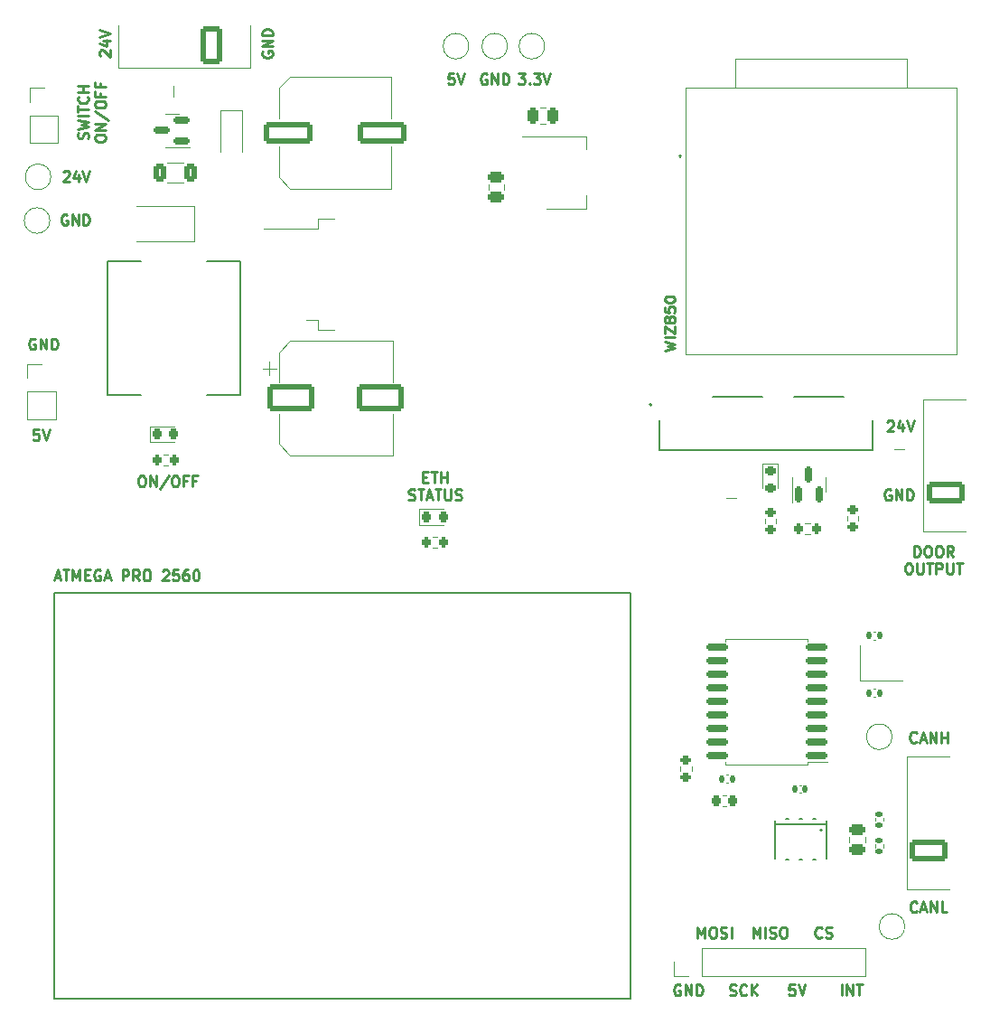
<source format=gto>
%TF.GenerationSoftware,KiCad,Pcbnew,(6.0.11)*%
%TF.CreationDate,2023-07-21T15:58:32-05:00*%
%TF.ProjectId,MB,4d422e6b-6963-4616-945f-706362585858,rev?*%
%TF.SameCoordinates,Original*%
%TF.FileFunction,Legend,Top*%
%TF.FilePolarity,Positive*%
%FSLAX46Y46*%
G04 Gerber Fmt 4.6, Leading zero omitted, Abs format (unit mm)*
G04 Created by KiCad (PCBNEW (6.0.11)) date 2023-07-21 15:58:32*
%MOMM*%
%LPD*%
G01*
G04 APERTURE LIST*
G04 Aperture macros list*
%AMRoundRect*
0 Rectangle with rounded corners*
0 $1 Rounding radius*
0 $2 $3 $4 $5 $6 $7 $8 $9 X,Y pos of 4 corners*
0 Add a 4 corners polygon primitive as box body*
4,1,4,$2,$3,$4,$5,$6,$7,$8,$9,$2,$3,0*
0 Add four circle primitives for the rounded corners*
1,1,$1+$1,$2,$3*
1,1,$1+$1,$4,$5*
1,1,$1+$1,$6,$7*
1,1,$1+$1,$8,$9*
0 Add four rect primitives between the rounded corners*
20,1,$1+$1,$2,$3,$4,$5,0*
20,1,$1+$1,$4,$5,$6,$7,0*
20,1,$1+$1,$6,$7,$8,$9,0*
20,1,$1+$1,$8,$9,$2,$3,0*%
G04 Aperture macros list end*
%ADD10C,0.250000*%
%ADD11C,0.120000*%
%ADD12C,0.200000*%
%ADD13C,0.100000*%
%ADD14C,0.127000*%
%ADD15C,0.150000*%
%ADD16C,0.203200*%
%ADD17RoundRect,0.200000X-0.275000X0.200000X-0.275000X-0.200000X0.275000X-0.200000X0.275000X0.200000X0*%
%ADD18RoundRect,0.200000X0.200000X0.275000X-0.200000X0.275000X-0.200000X-0.275000X0.200000X-0.275000X0*%
%ADD19R,1.220000X0.910000*%
%ADD20RoundRect,0.225000X-0.225000X-0.250000X0.225000X-0.250000X0.225000X0.250000X-0.225000X0.250000X0*%
%ADD21RoundRect,0.250000X-1.950000X-1.000000X1.950000X-1.000000X1.950000X1.000000X-1.950000X1.000000X0*%
%ADD22R,1.700000X1.700000*%
%ADD23O,1.700000X1.700000*%
%ADD24RoundRect,0.249999X1.550001X-0.790001X1.550001X0.790001X-1.550001X0.790001X-1.550001X-0.790001X0*%
%ADD25O,3.600000X2.080000*%
%ADD26RoundRect,0.200000X-0.200000X-0.275000X0.200000X-0.275000X0.200000X0.275000X-0.200000X0.275000X0*%
%ADD27R,1.680000X1.680000*%
%ADD28C,1.680000*%
%ADD29R,2.500000X1.800000*%
%ADD30RoundRect,0.249999X0.790001X1.550001X-0.790001X1.550001X-0.790001X-1.550001X0.790001X-1.550001X0*%
%ADD31O,2.080000X3.600000*%
%ADD32R,1.508000X1.508000*%
%ADD33C,1.508000*%
%ADD34C,1.800000*%
%ADD35RoundRect,0.150000X0.875000X0.150000X-0.875000X0.150000X-0.875000X-0.150000X0.875000X-0.150000X0*%
%ADD36RoundRect,0.250001X-2.049999X-0.799999X2.049999X-0.799999X2.049999X0.799999X-2.049999X0.799999X0*%
%ADD37C,1.676400*%
%ADD38RoundRect,0.250000X-0.475000X0.250000X-0.475000X-0.250000X0.475000X-0.250000X0.475000X0.250000X0*%
%ADD39R,1.400000X1.200000*%
%ADD40RoundRect,0.140000X-0.140000X-0.170000X0.140000X-0.170000X0.140000X0.170000X-0.140000X0.170000X0*%
%ADD41C,2.000000*%
%ADD42RoundRect,0.135000X-0.185000X0.135000X-0.185000X-0.135000X0.185000X-0.135000X0.185000X0.135000X0*%
%ADD43RoundRect,0.218750X-0.256250X0.218750X-0.256250X-0.218750X0.256250X-0.218750X0.256250X0.218750X0*%
%ADD44R,0.910000X1.220000*%
%ADD45R,4.600000X1.100000*%
%ADD46R,9.400000X10.800000*%
%ADD47R,5.399999X2.899999*%
%ADD48C,3.200000*%
%ADD49RoundRect,0.150000X0.587500X0.150000X-0.587500X0.150000X-0.587500X-0.150000X0.587500X-0.150000X0*%
%ADD50RoundRect,0.200000X0.275000X-0.200000X0.275000X0.200000X-0.275000X0.200000X-0.275000X-0.200000X0*%
%ADD51RoundRect,0.150000X0.150000X-0.587500X0.150000X0.587500X-0.150000X0.587500X-0.150000X-0.587500X0*%
%ADD52RoundRect,0.250000X0.475000X-0.250000X0.475000X0.250000X-0.475000X0.250000X-0.475000X-0.250000X0*%
%ADD53R,2.000000X1.500000*%
%ADD54R,2.000000X3.800000*%
%ADD55RoundRect,0.218750X-0.218750X-0.256250X0.218750X-0.256250X0.218750X0.256250X-0.218750X0.256250X0*%
%ADD56R,1.200000X0.900000*%
%ADD57RoundRect,0.250000X0.312500X0.625000X-0.312500X0.625000X-0.312500X-0.625000X0.312500X-0.625000X0*%
%ADD58RoundRect,0.250000X0.250000X0.475000X-0.250000X0.475000X-0.250000X-0.475000X0.250000X-0.475000X0*%
%ADD59R,0.600000X1.300000*%
%ADD60RoundRect,0.140000X0.140000X0.170000X-0.140000X0.170000X-0.140000X-0.170000X0.140000X-0.170000X0*%
G04 APERTURE END LIST*
D10*
X196148485Y-120800761D02*
X196291342Y-120848380D01*
X196529438Y-120848380D01*
X196624676Y-120800761D01*
X196672295Y-120753142D01*
X196719914Y-120657904D01*
X196719914Y-120562666D01*
X196672295Y-120467428D01*
X196624676Y-120419809D01*
X196529438Y-120372190D01*
X196338961Y-120324571D01*
X196243723Y-120276952D01*
X196196104Y-120229333D01*
X196148485Y-120134095D01*
X196148485Y-120038857D01*
X196196104Y-119943619D01*
X196243723Y-119896000D01*
X196338961Y-119848380D01*
X196577057Y-119848380D01*
X196719914Y-119896000D01*
X197719914Y-120753142D02*
X197672295Y-120800761D01*
X197529438Y-120848380D01*
X197434200Y-120848380D01*
X197291342Y-120800761D01*
X197196104Y-120705523D01*
X197148485Y-120610285D01*
X197100866Y-120419809D01*
X197100866Y-120276952D01*
X197148485Y-120086476D01*
X197196104Y-119991238D01*
X197291342Y-119896000D01*
X197434200Y-119848380D01*
X197529438Y-119848380D01*
X197672295Y-119896000D01*
X197719914Y-119943619D01*
X198148485Y-120848380D02*
X198148485Y-119848380D01*
X198719914Y-120848380D02*
X198291342Y-120276952D01*
X198719914Y-119848380D02*
X198148485Y-120419809D01*
X198326571Y-115463580D02*
X198326571Y-114463580D01*
X198659904Y-115177866D01*
X198993238Y-114463580D01*
X198993238Y-115463580D01*
X199469428Y-115463580D02*
X199469428Y-114463580D01*
X199898000Y-115415961D02*
X200040857Y-115463580D01*
X200278952Y-115463580D01*
X200374190Y-115415961D01*
X200421809Y-115368342D01*
X200469428Y-115273104D01*
X200469428Y-115177866D01*
X200421809Y-115082628D01*
X200374190Y-115035009D01*
X200278952Y-114987390D01*
X200088476Y-114939771D01*
X199993238Y-114892152D01*
X199945619Y-114844533D01*
X199898000Y-114749295D01*
X199898000Y-114654057D01*
X199945619Y-114558819D01*
X199993238Y-114511200D01*
X200088476Y-114463580D01*
X200326571Y-114463580D01*
X200469428Y-114511200D01*
X201088476Y-114463580D02*
X201278952Y-114463580D01*
X201374190Y-114511200D01*
X201469428Y-114606438D01*
X201517047Y-114796914D01*
X201517047Y-115130247D01*
X201469428Y-115320723D01*
X201374190Y-115415961D01*
X201278952Y-115463580D01*
X201088476Y-115463580D01*
X200993238Y-115415961D01*
X200898000Y-115320723D01*
X200850380Y-115130247D01*
X200850380Y-114796914D01*
X200898000Y-114606438D01*
X200993238Y-114511200D01*
X201088476Y-114463580D01*
X131038695Y-59367800D02*
X130943457Y-59320180D01*
X130800600Y-59320180D01*
X130657742Y-59367800D01*
X130562504Y-59463038D01*
X130514885Y-59558276D01*
X130467266Y-59748752D01*
X130467266Y-59891609D01*
X130514885Y-60082085D01*
X130562504Y-60177323D01*
X130657742Y-60272561D01*
X130800600Y-60320180D01*
X130895838Y-60320180D01*
X131038695Y-60272561D01*
X131086314Y-60224942D01*
X131086314Y-59891609D01*
X130895838Y-59891609D01*
X131514885Y-60320180D02*
X131514885Y-59320180D01*
X132086314Y-60320180D01*
X132086314Y-59320180D01*
X132562504Y-60320180D02*
X132562504Y-59320180D01*
X132800600Y-59320180D01*
X132943457Y-59367800D01*
X133038695Y-59463038D01*
X133086314Y-59558276D01*
X133133933Y-59748752D01*
X133133933Y-59891609D01*
X133086314Y-60082085D01*
X133038695Y-60177323D01*
X132943457Y-60272561D01*
X132800600Y-60320180D01*
X132562504Y-60320180D01*
X152357200Y-32435704D02*
X152309580Y-32530942D01*
X152309580Y-32673800D01*
X152357200Y-32816657D01*
X152452438Y-32911895D01*
X152547676Y-32959514D01*
X152738152Y-33007133D01*
X152881009Y-33007133D01*
X153071485Y-32959514D01*
X153166723Y-32911895D01*
X153261961Y-32816657D01*
X153309580Y-32673800D01*
X153309580Y-32578561D01*
X153261961Y-32435704D01*
X153214342Y-32388085D01*
X152881009Y-32388085D01*
X152881009Y-32578561D01*
X153309580Y-31959514D02*
X152309580Y-31959514D01*
X153309580Y-31388085D01*
X152309580Y-31388085D01*
X153309580Y-30911895D02*
X152309580Y-30911895D01*
X152309580Y-30673800D01*
X152357200Y-30530942D01*
X152452438Y-30435704D01*
X152547676Y-30388085D01*
X152738152Y-30340466D01*
X152881009Y-30340466D01*
X153071485Y-30388085D01*
X153166723Y-30435704D01*
X153261961Y-30530942D01*
X153309580Y-30673800D01*
X153309580Y-30911895D01*
X191490695Y-119896000D02*
X191395457Y-119848380D01*
X191252600Y-119848380D01*
X191109742Y-119896000D01*
X191014504Y-119991238D01*
X190966885Y-120086476D01*
X190919266Y-120276952D01*
X190919266Y-120419809D01*
X190966885Y-120610285D01*
X191014504Y-120705523D01*
X191109742Y-120800761D01*
X191252600Y-120848380D01*
X191347838Y-120848380D01*
X191490695Y-120800761D01*
X191538314Y-120753142D01*
X191538314Y-120419809D01*
X191347838Y-120419809D01*
X191966885Y-120848380D02*
X191966885Y-119848380D01*
X192538314Y-120848380D01*
X192538314Y-119848380D01*
X193014504Y-120848380D02*
X193014504Y-119848380D01*
X193252600Y-119848380D01*
X193395457Y-119896000D01*
X193490695Y-119991238D01*
X193538314Y-120086476D01*
X193585933Y-120276952D01*
X193585933Y-120419809D01*
X193538314Y-120610285D01*
X193490695Y-120705523D01*
X193395457Y-120800761D01*
X193252600Y-120848380D01*
X193014504Y-120848380D01*
X211226495Y-73490200D02*
X211131257Y-73442580D01*
X210988400Y-73442580D01*
X210845542Y-73490200D01*
X210750304Y-73585438D01*
X210702685Y-73680676D01*
X210655066Y-73871152D01*
X210655066Y-74014009D01*
X210702685Y-74204485D01*
X210750304Y-74299723D01*
X210845542Y-74394961D01*
X210988400Y-74442580D01*
X211083638Y-74442580D01*
X211226495Y-74394961D01*
X211274114Y-74347342D01*
X211274114Y-74014009D01*
X211083638Y-74014009D01*
X211702685Y-74442580D02*
X211702685Y-73442580D01*
X212274114Y-74442580D01*
X212274114Y-73442580D01*
X212750304Y-74442580D02*
X212750304Y-73442580D01*
X212988400Y-73442580D01*
X213131257Y-73490200D01*
X213226495Y-73585438D01*
X213274114Y-73680676D01*
X213321733Y-73871152D01*
X213321733Y-74014009D01*
X213274114Y-74204485D01*
X213226495Y-74299723D01*
X213131257Y-74394961D01*
X212988400Y-74442580D01*
X212750304Y-74442580D01*
X213683980Y-112955342D02*
X213636361Y-113002961D01*
X213493504Y-113050580D01*
X213398266Y-113050580D01*
X213255409Y-113002961D01*
X213160171Y-112907723D01*
X213112552Y-112812485D01*
X213064933Y-112622009D01*
X213064933Y-112479152D01*
X213112552Y-112288676D01*
X213160171Y-112193438D01*
X213255409Y-112098200D01*
X213398266Y-112050580D01*
X213493504Y-112050580D01*
X213636361Y-112098200D01*
X213683980Y-112145819D01*
X214064933Y-112764866D02*
X214541123Y-112764866D01*
X213969695Y-113050580D02*
X214303028Y-112050580D01*
X214636361Y-113050580D01*
X214969695Y-113050580D02*
X214969695Y-112050580D01*
X215541123Y-113050580D01*
X215541123Y-112050580D01*
X216493504Y-113050580D02*
X216017314Y-113050580D01*
X216017314Y-112050580D01*
X134035895Y-47734600D02*
X133940657Y-47686980D01*
X133797800Y-47686980D01*
X133654942Y-47734600D01*
X133559704Y-47829838D01*
X133512085Y-47925076D01*
X133464466Y-48115552D01*
X133464466Y-48258409D01*
X133512085Y-48448885D01*
X133559704Y-48544123D01*
X133654942Y-48639361D01*
X133797800Y-48686980D01*
X133893038Y-48686980D01*
X134035895Y-48639361D01*
X134083514Y-48591742D01*
X134083514Y-48258409D01*
X133893038Y-48258409D01*
X134512085Y-48686980D02*
X134512085Y-47686980D01*
X135083514Y-48686980D01*
X135083514Y-47686980D01*
X135559704Y-48686980D02*
X135559704Y-47686980D01*
X135797800Y-47686980D01*
X135940657Y-47734600D01*
X136035895Y-47829838D01*
X136083514Y-47925076D01*
X136131133Y-48115552D01*
X136131133Y-48258409D01*
X136083514Y-48448885D01*
X136035895Y-48544123D01*
X135940657Y-48639361D01*
X135797800Y-48686980D01*
X135559704Y-48686980D01*
X202222123Y-119848380D02*
X201745933Y-119848380D01*
X201698314Y-120324571D01*
X201745933Y-120276952D01*
X201841171Y-120229333D01*
X202079266Y-120229333D01*
X202174504Y-120276952D01*
X202222123Y-120324571D01*
X202269742Y-120419809D01*
X202269742Y-120657904D01*
X202222123Y-120753142D01*
X202174504Y-120800761D01*
X202079266Y-120848380D01*
X201841171Y-120848380D01*
X201745933Y-120800761D01*
X201698314Y-120753142D01*
X202555457Y-119848380D02*
X202888790Y-120848380D01*
X203222123Y-119848380D01*
X176323809Y-34504380D02*
X176942857Y-34504380D01*
X176609523Y-34885333D01*
X176752380Y-34885333D01*
X176847619Y-34932952D01*
X176895238Y-34980571D01*
X176942857Y-35075809D01*
X176942857Y-35313904D01*
X176895238Y-35409142D01*
X176847619Y-35456761D01*
X176752380Y-35504380D01*
X176466666Y-35504380D01*
X176371428Y-35456761D01*
X176323809Y-35409142D01*
X177371428Y-35409142D02*
X177419047Y-35456761D01*
X177371428Y-35504380D01*
X177323809Y-35456761D01*
X177371428Y-35409142D01*
X177371428Y-35504380D01*
X177752380Y-34504380D02*
X178371428Y-34504380D01*
X178038095Y-34885333D01*
X178180952Y-34885333D01*
X178276190Y-34932952D01*
X178323809Y-34980571D01*
X178371428Y-35075809D01*
X178371428Y-35313904D01*
X178323809Y-35409142D01*
X178276190Y-35456761D01*
X178180952Y-35504380D01*
X177895238Y-35504380D01*
X177800000Y-35456761D01*
X177752380Y-35409142D01*
X178657142Y-34504380D02*
X178990476Y-35504380D01*
X179323809Y-34504380D01*
X170268923Y-34504380D02*
X169792733Y-34504380D01*
X169745114Y-34980571D01*
X169792733Y-34932952D01*
X169887971Y-34885333D01*
X170126066Y-34885333D01*
X170221304Y-34932952D01*
X170268923Y-34980571D01*
X170316542Y-35075809D01*
X170316542Y-35313904D01*
X170268923Y-35409142D01*
X170221304Y-35456761D01*
X170126066Y-35504380D01*
X169887971Y-35504380D01*
X169792733Y-35456761D01*
X169745114Y-35409142D01*
X170602257Y-34504380D02*
X170935590Y-35504380D01*
X171268923Y-34504380D01*
X131381523Y-67854580D02*
X130905333Y-67854580D01*
X130857714Y-68330771D01*
X130905333Y-68283152D01*
X131000571Y-68235533D01*
X131238666Y-68235533D01*
X131333904Y-68283152D01*
X131381523Y-68330771D01*
X131429142Y-68426009D01*
X131429142Y-68664104D01*
X131381523Y-68759342D01*
X131333904Y-68806961D01*
X131238666Y-68854580D01*
X131000571Y-68854580D01*
X130905333Y-68806961D01*
X130857714Y-68759342D01*
X131714857Y-67854580D02*
X132048190Y-68854580D01*
X132381523Y-67854580D01*
X135997761Y-40600000D02*
X136045380Y-40457142D01*
X136045380Y-40219047D01*
X135997761Y-40123809D01*
X135950142Y-40076190D01*
X135854904Y-40028571D01*
X135759666Y-40028571D01*
X135664428Y-40076190D01*
X135616809Y-40123809D01*
X135569190Y-40219047D01*
X135521571Y-40409523D01*
X135473952Y-40504761D01*
X135426333Y-40552380D01*
X135331095Y-40600000D01*
X135235857Y-40600000D01*
X135140619Y-40552380D01*
X135093000Y-40504761D01*
X135045380Y-40409523D01*
X135045380Y-40171428D01*
X135093000Y-40028571D01*
X135045380Y-39695238D02*
X136045380Y-39457142D01*
X135331095Y-39266666D01*
X136045380Y-39076190D01*
X135045380Y-38838095D01*
X136045380Y-38457142D02*
X135045380Y-38457142D01*
X135045380Y-38123809D02*
X135045380Y-37552380D01*
X136045380Y-37838095D02*
X135045380Y-37838095D01*
X135950142Y-36647619D02*
X135997761Y-36695238D01*
X136045380Y-36838095D01*
X136045380Y-36933333D01*
X135997761Y-37076190D01*
X135902523Y-37171428D01*
X135807285Y-37219047D01*
X135616809Y-37266666D01*
X135473952Y-37266666D01*
X135283476Y-37219047D01*
X135188238Y-37171428D01*
X135093000Y-37076190D01*
X135045380Y-36933333D01*
X135045380Y-36838095D01*
X135093000Y-36695238D01*
X135140619Y-36647619D01*
X136045380Y-36219047D02*
X135045380Y-36219047D01*
X135521571Y-36219047D02*
X135521571Y-35647619D01*
X136045380Y-35647619D02*
X135045380Y-35647619D01*
X136655380Y-40623809D02*
X136655380Y-40433333D01*
X136703000Y-40338095D01*
X136798238Y-40242857D01*
X136988714Y-40195238D01*
X137322047Y-40195238D01*
X137512523Y-40242857D01*
X137607761Y-40338095D01*
X137655380Y-40433333D01*
X137655380Y-40623809D01*
X137607761Y-40719047D01*
X137512523Y-40814285D01*
X137322047Y-40861904D01*
X136988714Y-40861904D01*
X136798238Y-40814285D01*
X136703000Y-40719047D01*
X136655380Y-40623809D01*
X137655380Y-39766666D02*
X136655380Y-39766666D01*
X137655380Y-39195238D01*
X136655380Y-39195238D01*
X136607761Y-38004761D02*
X137893476Y-38861904D01*
X136655380Y-37480952D02*
X136655380Y-37290476D01*
X136703000Y-37195238D01*
X136798238Y-37100000D01*
X136988714Y-37052380D01*
X137322047Y-37052380D01*
X137512523Y-37100000D01*
X137607761Y-37195238D01*
X137655380Y-37290476D01*
X137655380Y-37480952D01*
X137607761Y-37576190D01*
X137512523Y-37671428D01*
X137322047Y-37719047D01*
X136988714Y-37719047D01*
X136798238Y-37671428D01*
X136703000Y-37576190D01*
X136655380Y-37480952D01*
X137131571Y-36290476D02*
X137131571Y-36623809D01*
X137655380Y-36623809D02*
X136655380Y-36623809D01*
X136655380Y-36147619D01*
X137131571Y-35433333D02*
X137131571Y-35766666D01*
X137655380Y-35766666D02*
X136655380Y-35766666D01*
X136655380Y-35290476D01*
X167409952Y-72300971D02*
X167743285Y-72300971D01*
X167886142Y-72824780D02*
X167409952Y-72824780D01*
X167409952Y-71824780D01*
X167886142Y-71824780D01*
X168171857Y-71824780D02*
X168743285Y-71824780D01*
X168457571Y-72824780D02*
X168457571Y-71824780D01*
X169076619Y-72824780D02*
X169076619Y-71824780D01*
X169076619Y-72300971D02*
X169648047Y-72300971D01*
X169648047Y-72824780D02*
X169648047Y-71824780D01*
X166052809Y-74387161D02*
X166195666Y-74434780D01*
X166433761Y-74434780D01*
X166529000Y-74387161D01*
X166576619Y-74339542D01*
X166624238Y-74244304D01*
X166624238Y-74149066D01*
X166576619Y-74053828D01*
X166529000Y-74006209D01*
X166433761Y-73958590D01*
X166243285Y-73910971D01*
X166148047Y-73863352D01*
X166100428Y-73815733D01*
X166052809Y-73720495D01*
X166052809Y-73625257D01*
X166100428Y-73530019D01*
X166148047Y-73482400D01*
X166243285Y-73434780D01*
X166481380Y-73434780D01*
X166624238Y-73482400D01*
X166909952Y-73434780D02*
X167481380Y-73434780D01*
X167195666Y-74434780D02*
X167195666Y-73434780D01*
X167767095Y-74149066D02*
X168243285Y-74149066D01*
X167671857Y-74434780D02*
X168005190Y-73434780D01*
X168338523Y-74434780D01*
X168529000Y-73434780D02*
X169100428Y-73434780D01*
X168814714Y-74434780D02*
X168814714Y-73434780D01*
X169433761Y-73434780D02*
X169433761Y-74244304D01*
X169481380Y-74339542D01*
X169529000Y-74387161D01*
X169624238Y-74434780D01*
X169814714Y-74434780D01*
X169909952Y-74387161D01*
X169957571Y-74339542D01*
X170005190Y-74244304D01*
X170005190Y-73434780D01*
X170433761Y-74387161D02*
X170576619Y-74434780D01*
X170814714Y-74434780D01*
X170909952Y-74387161D01*
X170957571Y-74339542D01*
X171005190Y-74244304D01*
X171005190Y-74149066D01*
X170957571Y-74053828D01*
X170909952Y-74006209D01*
X170814714Y-73958590D01*
X170624238Y-73910971D01*
X170529000Y-73863352D01*
X170481380Y-73815733D01*
X170433761Y-73720495D01*
X170433761Y-73625257D01*
X170481380Y-73530019D01*
X170529000Y-73482400D01*
X170624238Y-73434780D01*
X170862333Y-73434780D01*
X171005190Y-73482400D01*
X132887295Y-81700666D02*
X133363485Y-81700666D01*
X132792057Y-81986380D02*
X133125390Y-80986380D01*
X133458723Y-81986380D01*
X133649200Y-80986380D02*
X134220628Y-80986380D01*
X133934914Y-81986380D02*
X133934914Y-80986380D01*
X134553961Y-81986380D02*
X134553961Y-80986380D01*
X134887295Y-81700666D01*
X135220628Y-80986380D01*
X135220628Y-81986380D01*
X135696819Y-81462571D02*
X136030152Y-81462571D01*
X136173009Y-81986380D02*
X135696819Y-81986380D01*
X135696819Y-80986380D01*
X136173009Y-80986380D01*
X137125390Y-81034000D02*
X137030152Y-80986380D01*
X136887295Y-80986380D01*
X136744438Y-81034000D01*
X136649200Y-81129238D01*
X136601580Y-81224476D01*
X136553961Y-81414952D01*
X136553961Y-81557809D01*
X136601580Y-81748285D01*
X136649200Y-81843523D01*
X136744438Y-81938761D01*
X136887295Y-81986380D01*
X136982533Y-81986380D01*
X137125390Y-81938761D01*
X137173009Y-81891142D01*
X137173009Y-81557809D01*
X136982533Y-81557809D01*
X137553961Y-81700666D02*
X138030152Y-81700666D01*
X137458723Y-81986380D02*
X137792057Y-80986380D01*
X138125390Y-81986380D01*
X139220628Y-81986380D02*
X139220628Y-80986380D01*
X139601580Y-80986380D01*
X139696819Y-81034000D01*
X139744438Y-81081619D01*
X139792057Y-81176857D01*
X139792057Y-81319714D01*
X139744438Y-81414952D01*
X139696819Y-81462571D01*
X139601580Y-81510190D01*
X139220628Y-81510190D01*
X140792057Y-81986380D02*
X140458723Y-81510190D01*
X140220628Y-81986380D02*
X140220628Y-80986380D01*
X140601580Y-80986380D01*
X140696819Y-81034000D01*
X140744438Y-81081619D01*
X140792057Y-81176857D01*
X140792057Y-81319714D01*
X140744438Y-81414952D01*
X140696819Y-81462571D01*
X140601580Y-81510190D01*
X140220628Y-81510190D01*
X141411104Y-80986380D02*
X141601580Y-80986380D01*
X141696819Y-81034000D01*
X141792057Y-81129238D01*
X141839676Y-81319714D01*
X141839676Y-81653047D01*
X141792057Y-81843523D01*
X141696819Y-81938761D01*
X141601580Y-81986380D01*
X141411104Y-81986380D01*
X141315866Y-81938761D01*
X141220628Y-81843523D01*
X141173009Y-81653047D01*
X141173009Y-81319714D01*
X141220628Y-81129238D01*
X141315866Y-81034000D01*
X141411104Y-80986380D01*
X142982533Y-81081619D02*
X143030152Y-81034000D01*
X143125390Y-80986380D01*
X143363485Y-80986380D01*
X143458723Y-81034000D01*
X143506342Y-81081619D01*
X143553961Y-81176857D01*
X143553961Y-81272095D01*
X143506342Y-81414952D01*
X142934914Y-81986380D01*
X143553961Y-81986380D01*
X144458723Y-80986380D02*
X143982533Y-80986380D01*
X143934914Y-81462571D01*
X143982533Y-81414952D01*
X144077771Y-81367333D01*
X144315866Y-81367333D01*
X144411104Y-81414952D01*
X144458723Y-81462571D01*
X144506342Y-81557809D01*
X144506342Y-81795904D01*
X144458723Y-81891142D01*
X144411104Y-81938761D01*
X144315866Y-81986380D01*
X144077771Y-81986380D01*
X143982533Y-81938761D01*
X143934914Y-81891142D01*
X145363485Y-80986380D02*
X145173009Y-80986380D01*
X145077771Y-81034000D01*
X145030152Y-81081619D01*
X144934914Y-81224476D01*
X144887295Y-81414952D01*
X144887295Y-81795904D01*
X144934914Y-81891142D01*
X144982533Y-81938761D01*
X145077771Y-81986380D01*
X145268247Y-81986380D01*
X145363485Y-81938761D01*
X145411104Y-81891142D01*
X145458723Y-81795904D01*
X145458723Y-81557809D01*
X145411104Y-81462571D01*
X145363485Y-81414952D01*
X145268247Y-81367333D01*
X145077771Y-81367333D01*
X144982533Y-81414952D01*
X144934914Y-81462571D01*
X144887295Y-81557809D01*
X146077771Y-80986380D02*
X146173009Y-80986380D01*
X146268247Y-81034000D01*
X146315866Y-81081619D01*
X146363485Y-81176857D01*
X146411104Y-81367333D01*
X146411104Y-81605428D01*
X146363485Y-81795904D01*
X146315866Y-81891142D01*
X146268247Y-81938761D01*
X146173009Y-81986380D01*
X146077771Y-81986380D01*
X145982533Y-81938761D01*
X145934914Y-81891142D01*
X145887295Y-81795904D01*
X145839676Y-81605428D01*
X145839676Y-81367333D01*
X145887295Y-81176857D01*
X145934914Y-81081619D01*
X145982533Y-81034000D01*
X146077771Y-80986380D01*
X190028580Y-60458028D02*
X191028580Y-60219933D01*
X190314295Y-60029457D01*
X191028580Y-59838980D01*
X190028580Y-59600885D01*
X191028580Y-59219933D02*
X190028580Y-59219933D01*
X190028580Y-58838980D02*
X190028580Y-58172314D01*
X191028580Y-58838980D01*
X191028580Y-58172314D01*
X190457152Y-57648504D02*
X190409533Y-57743742D01*
X190361914Y-57791361D01*
X190266676Y-57838980D01*
X190219057Y-57838980D01*
X190123819Y-57791361D01*
X190076200Y-57743742D01*
X190028580Y-57648504D01*
X190028580Y-57458028D01*
X190076200Y-57362790D01*
X190123819Y-57315171D01*
X190219057Y-57267552D01*
X190266676Y-57267552D01*
X190361914Y-57315171D01*
X190409533Y-57362790D01*
X190457152Y-57458028D01*
X190457152Y-57648504D01*
X190504771Y-57743742D01*
X190552390Y-57791361D01*
X190647628Y-57838980D01*
X190838104Y-57838980D01*
X190933342Y-57791361D01*
X190980961Y-57743742D01*
X191028580Y-57648504D01*
X191028580Y-57458028D01*
X190980961Y-57362790D01*
X190933342Y-57315171D01*
X190838104Y-57267552D01*
X190647628Y-57267552D01*
X190552390Y-57315171D01*
X190504771Y-57362790D01*
X190457152Y-57458028D01*
X190028580Y-56362790D02*
X190028580Y-56838980D01*
X190504771Y-56886600D01*
X190457152Y-56838980D01*
X190409533Y-56743742D01*
X190409533Y-56505647D01*
X190457152Y-56410409D01*
X190504771Y-56362790D01*
X190600009Y-56315171D01*
X190838104Y-56315171D01*
X190933342Y-56362790D01*
X190980961Y-56410409D01*
X191028580Y-56505647D01*
X191028580Y-56743742D01*
X190980961Y-56838980D01*
X190933342Y-56886600D01*
X190028580Y-55696123D02*
X190028580Y-55600885D01*
X190076200Y-55505647D01*
X190123819Y-55458028D01*
X190219057Y-55410409D01*
X190409533Y-55362790D01*
X190647628Y-55362790D01*
X190838104Y-55410409D01*
X190933342Y-55458028D01*
X190980961Y-55505647D01*
X191028580Y-55600885D01*
X191028580Y-55696123D01*
X190980961Y-55791361D01*
X190933342Y-55838980D01*
X190838104Y-55886600D01*
X190647628Y-55934219D01*
X190409533Y-55934219D01*
X190219057Y-55886600D01*
X190123819Y-55838980D01*
X190076200Y-55791361D01*
X190028580Y-55696123D01*
X210924923Y-67111619D02*
X210972542Y-67064000D01*
X211067780Y-67016380D01*
X211305876Y-67016380D01*
X211401114Y-67064000D01*
X211448733Y-67111619D01*
X211496352Y-67206857D01*
X211496352Y-67302095D01*
X211448733Y-67444952D01*
X210877304Y-68016380D01*
X211496352Y-68016380D01*
X212353495Y-67349714D02*
X212353495Y-68016380D01*
X212115400Y-66968761D02*
X211877304Y-67683047D01*
X212496352Y-67683047D01*
X212734447Y-67016380D02*
X213067780Y-68016380D01*
X213401114Y-67016380D01*
X173355095Y-34552000D02*
X173259857Y-34504380D01*
X173117000Y-34504380D01*
X172974142Y-34552000D01*
X172878904Y-34647238D01*
X172831285Y-34742476D01*
X172783666Y-34932952D01*
X172783666Y-35075809D01*
X172831285Y-35266285D01*
X172878904Y-35361523D01*
X172974142Y-35456761D01*
X173117000Y-35504380D01*
X173212238Y-35504380D01*
X173355095Y-35456761D01*
X173402714Y-35409142D01*
X173402714Y-35075809D01*
X173212238Y-35075809D01*
X173831285Y-35504380D02*
X173831285Y-34504380D01*
X174402714Y-35504380D01*
X174402714Y-34504380D01*
X174878904Y-35504380D02*
X174878904Y-34504380D01*
X175117000Y-34504380D01*
X175259857Y-34552000D01*
X175355095Y-34647238D01*
X175402714Y-34742476D01*
X175450333Y-34932952D01*
X175450333Y-35075809D01*
X175402714Y-35266285D01*
X175355095Y-35361523D01*
X175259857Y-35456761D01*
X175117000Y-35504380D01*
X174878904Y-35504380D01*
X213641133Y-97080342D02*
X213593514Y-97127961D01*
X213450657Y-97175580D01*
X213355419Y-97175580D01*
X213212561Y-97127961D01*
X213117323Y-97032723D01*
X213069704Y-96937485D01*
X213022085Y-96747009D01*
X213022085Y-96604152D01*
X213069704Y-96413676D01*
X213117323Y-96318438D01*
X213212561Y-96223200D01*
X213355419Y-96175580D01*
X213450657Y-96175580D01*
X213593514Y-96223200D01*
X213641133Y-96270819D01*
X214022085Y-96889866D02*
X214498276Y-96889866D01*
X213926847Y-97175580D02*
X214260180Y-96175580D01*
X214593514Y-97175580D01*
X214926847Y-97175580D02*
X214926847Y-96175580D01*
X215498276Y-97175580D01*
X215498276Y-96175580D01*
X215974466Y-97175580D02*
X215974466Y-96175580D01*
X215974466Y-96651771D02*
X216545895Y-96651771D01*
X216545895Y-97175580D02*
X216545895Y-96175580D01*
X133683523Y-43718219D02*
X133731142Y-43670600D01*
X133826380Y-43622980D01*
X134064476Y-43622980D01*
X134159714Y-43670600D01*
X134207333Y-43718219D01*
X134254952Y-43813457D01*
X134254952Y-43908695D01*
X134207333Y-44051552D01*
X133635904Y-44622980D01*
X134254952Y-44622980D01*
X135112095Y-43956314D02*
X135112095Y-44622980D01*
X134874000Y-43575361D02*
X134635904Y-44289647D01*
X135254952Y-44289647D01*
X135493047Y-43622980D02*
X135826380Y-44622980D01*
X136159714Y-43622980D01*
X140935390Y-72172580D02*
X141125866Y-72172580D01*
X141221104Y-72220200D01*
X141316342Y-72315438D01*
X141363961Y-72505914D01*
X141363961Y-72839247D01*
X141316342Y-73029723D01*
X141221104Y-73124961D01*
X141125866Y-73172580D01*
X140935390Y-73172580D01*
X140840152Y-73124961D01*
X140744914Y-73029723D01*
X140697295Y-72839247D01*
X140697295Y-72505914D01*
X140744914Y-72315438D01*
X140840152Y-72220200D01*
X140935390Y-72172580D01*
X141792533Y-73172580D02*
X141792533Y-72172580D01*
X142363961Y-73172580D01*
X142363961Y-72172580D01*
X143554438Y-72124961D02*
X142697295Y-73410676D01*
X144078247Y-72172580D02*
X144268723Y-72172580D01*
X144363961Y-72220200D01*
X144459200Y-72315438D01*
X144506819Y-72505914D01*
X144506819Y-72839247D01*
X144459200Y-73029723D01*
X144363961Y-73124961D01*
X144268723Y-73172580D01*
X144078247Y-73172580D01*
X143983009Y-73124961D01*
X143887771Y-73029723D01*
X143840152Y-72839247D01*
X143840152Y-72505914D01*
X143887771Y-72315438D01*
X143983009Y-72220200D01*
X144078247Y-72172580D01*
X145268723Y-72648771D02*
X144935390Y-72648771D01*
X144935390Y-73172580D02*
X144935390Y-72172580D01*
X145411580Y-72172580D01*
X146125866Y-72648771D02*
X145792533Y-72648771D01*
X145792533Y-73172580D02*
X145792533Y-72172580D01*
X146268723Y-72172580D01*
X213430076Y-79758980D02*
X213430076Y-78758980D01*
X213668171Y-78758980D01*
X213811028Y-78806600D01*
X213906266Y-78901838D01*
X213953885Y-78997076D01*
X214001504Y-79187552D01*
X214001504Y-79330409D01*
X213953885Y-79520885D01*
X213906266Y-79616123D01*
X213811028Y-79711361D01*
X213668171Y-79758980D01*
X213430076Y-79758980D01*
X214620552Y-78758980D02*
X214811028Y-78758980D01*
X214906266Y-78806600D01*
X215001504Y-78901838D01*
X215049123Y-79092314D01*
X215049123Y-79425647D01*
X215001504Y-79616123D01*
X214906266Y-79711361D01*
X214811028Y-79758980D01*
X214620552Y-79758980D01*
X214525314Y-79711361D01*
X214430076Y-79616123D01*
X214382457Y-79425647D01*
X214382457Y-79092314D01*
X214430076Y-78901838D01*
X214525314Y-78806600D01*
X214620552Y-78758980D01*
X215668171Y-78758980D02*
X215858647Y-78758980D01*
X215953885Y-78806600D01*
X216049123Y-78901838D01*
X216096742Y-79092314D01*
X216096742Y-79425647D01*
X216049123Y-79616123D01*
X215953885Y-79711361D01*
X215858647Y-79758980D01*
X215668171Y-79758980D01*
X215572933Y-79711361D01*
X215477695Y-79616123D01*
X215430076Y-79425647D01*
X215430076Y-79092314D01*
X215477695Y-78901838D01*
X215572933Y-78806600D01*
X215668171Y-78758980D01*
X217096742Y-79758980D02*
X216763409Y-79282790D01*
X216525314Y-79758980D02*
X216525314Y-78758980D01*
X216906266Y-78758980D01*
X217001504Y-78806600D01*
X217049123Y-78854219D01*
X217096742Y-78949457D01*
X217096742Y-79092314D01*
X217049123Y-79187552D01*
X217001504Y-79235171D01*
X216906266Y-79282790D01*
X216525314Y-79282790D01*
X212834838Y-80368980D02*
X213025314Y-80368980D01*
X213120552Y-80416600D01*
X213215790Y-80511838D01*
X213263409Y-80702314D01*
X213263409Y-81035647D01*
X213215790Y-81226123D01*
X213120552Y-81321361D01*
X213025314Y-81368980D01*
X212834838Y-81368980D01*
X212739600Y-81321361D01*
X212644361Y-81226123D01*
X212596742Y-81035647D01*
X212596742Y-80702314D01*
X212644361Y-80511838D01*
X212739600Y-80416600D01*
X212834838Y-80368980D01*
X213691980Y-80368980D02*
X213691980Y-81178504D01*
X213739600Y-81273742D01*
X213787219Y-81321361D01*
X213882457Y-81368980D01*
X214072933Y-81368980D01*
X214168171Y-81321361D01*
X214215790Y-81273742D01*
X214263409Y-81178504D01*
X214263409Y-80368980D01*
X214596742Y-80368980D02*
X215168171Y-80368980D01*
X214882457Y-81368980D02*
X214882457Y-80368980D01*
X215501504Y-81368980D02*
X215501504Y-80368980D01*
X215882457Y-80368980D01*
X215977695Y-80416600D01*
X216025314Y-80464219D01*
X216072933Y-80559457D01*
X216072933Y-80702314D01*
X216025314Y-80797552D01*
X215977695Y-80845171D01*
X215882457Y-80892790D01*
X215501504Y-80892790D01*
X216501504Y-80368980D02*
X216501504Y-81178504D01*
X216549123Y-81273742D01*
X216596742Y-81321361D01*
X216691980Y-81368980D01*
X216882457Y-81368980D01*
X216977695Y-81321361D01*
X217025314Y-81273742D01*
X217072933Y-81178504D01*
X217072933Y-80368980D01*
X217406266Y-80368980D02*
X217977695Y-80368980D01*
X217691980Y-81368980D02*
X217691980Y-80368980D01*
X204760533Y-115368342D02*
X204712914Y-115415961D01*
X204570057Y-115463580D01*
X204474819Y-115463580D01*
X204331961Y-115415961D01*
X204236723Y-115320723D01*
X204189104Y-115225485D01*
X204141485Y-115035009D01*
X204141485Y-114892152D01*
X204189104Y-114701676D01*
X204236723Y-114606438D01*
X204331961Y-114511200D01*
X204474819Y-114463580D01*
X204570057Y-114463580D01*
X204712914Y-114511200D01*
X204760533Y-114558819D01*
X205141485Y-115415961D02*
X205284342Y-115463580D01*
X205522438Y-115463580D01*
X205617676Y-115415961D01*
X205665295Y-115368342D01*
X205712914Y-115273104D01*
X205712914Y-115177866D01*
X205665295Y-115082628D01*
X205617676Y-115035009D01*
X205522438Y-114987390D01*
X205331961Y-114939771D01*
X205236723Y-114892152D01*
X205189104Y-114844533D01*
X205141485Y-114749295D01*
X205141485Y-114654057D01*
X205189104Y-114558819D01*
X205236723Y-114511200D01*
X205331961Y-114463580D01*
X205570057Y-114463580D01*
X205712914Y-114511200D01*
X193144971Y-115463580D02*
X193144971Y-114463580D01*
X193478304Y-115177866D01*
X193811638Y-114463580D01*
X193811638Y-115463580D01*
X194478304Y-114463580D02*
X194668780Y-114463580D01*
X194764019Y-114511200D01*
X194859257Y-114606438D01*
X194906876Y-114796914D01*
X194906876Y-115130247D01*
X194859257Y-115320723D01*
X194764019Y-115415961D01*
X194668780Y-115463580D01*
X194478304Y-115463580D01*
X194383066Y-115415961D01*
X194287828Y-115320723D01*
X194240209Y-115130247D01*
X194240209Y-114796914D01*
X194287828Y-114606438D01*
X194383066Y-114511200D01*
X194478304Y-114463580D01*
X195287828Y-115415961D02*
X195430685Y-115463580D01*
X195668780Y-115463580D01*
X195764019Y-115415961D01*
X195811638Y-115368342D01*
X195859257Y-115273104D01*
X195859257Y-115177866D01*
X195811638Y-115082628D01*
X195764019Y-115035009D01*
X195668780Y-114987390D01*
X195478304Y-114939771D01*
X195383066Y-114892152D01*
X195335447Y-114844533D01*
X195287828Y-114749295D01*
X195287828Y-114654057D01*
X195335447Y-114558819D01*
X195383066Y-114511200D01*
X195478304Y-114463580D01*
X195716400Y-114463580D01*
X195859257Y-114511200D01*
X196287828Y-115463580D02*
X196287828Y-114463580D01*
X206638638Y-120848380D02*
X206638638Y-119848380D01*
X207114828Y-120848380D02*
X207114828Y-119848380D01*
X207686257Y-120848380D01*
X207686257Y-119848380D01*
X208019590Y-119848380D02*
X208591019Y-119848380D01*
X208305304Y-120848380D02*
X208305304Y-119848380D01*
X137164819Y-32864276D02*
X137117200Y-32816657D01*
X137069580Y-32721419D01*
X137069580Y-32483323D01*
X137117200Y-32388085D01*
X137164819Y-32340466D01*
X137260057Y-32292847D01*
X137355295Y-32292847D01*
X137498152Y-32340466D01*
X138069580Y-32911895D01*
X138069580Y-32292847D01*
X137402914Y-31435704D02*
X138069580Y-31435704D01*
X137021961Y-31673800D02*
X137736247Y-31911895D01*
X137736247Y-31292847D01*
X137069580Y-31054752D02*
X138069580Y-30721419D01*
X137069580Y-30388085D01*
D11*
X207122500Y-75937342D02*
X207122500Y-76411858D01*
X208167500Y-75937342D02*
X208167500Y-76411858D01*
X203665858Y-76591900D02*
X203191342Y-76591900D01*
X203665858Y-77636900D02*
X203191342Y-77636900D01*
X195808600Y-74218800D02*
X196748400Y-74218800D01*
X195515620Y-103151400D02*
X195796780Y-103151400D01*
X195515620Y-102131400D02*
X195796780Y-102131400D01*
X153872600Y-69192563D02*
X153872600Y-66407000D01*
X164592600Y-59537000D02*
X164592600Y-63387000D01*
X153872600Y-60601437D02*
X154937037Y-59537000D01*
X164592600Y-70257000D02*
X164592600Y-66407000D01*
X154937037Y-59537000D02*
X164592600Y-59537000D01*
X153872600Y-69192563D02*
X154937037Y-70257000D01*
X153007600Y-61512000D02*
X153007600Y-62762000D01*
X153872600Y-60601437D02*
X153872600Y-63387000D01*
X152382600Y-62137000D02*
X153632600Y-62137000D01*
X154937037Y-70257000D02*
X164592600Y-70257000D01*
X192252600Y-119059000D02*
X190922600Y-119059000D01*
X193522600Y-119059000D02*
X208822600Y-119059000D01*
X193522600Y-116399000D02*
X208822600Y-116399000D01*
X208822600Y-119059000D02*
X208822600Y-116399000D01*
X193522600Y-119059000D02*
X193522600Y-116399000D01*
X190922600Y-119059000D02*
X190922600Y-117729000D01*
X214260400Y-65006200D02*
X214260400Y-77386200D01*
X214260400Y-65006200D02*
X218275400Y-64998600D01*
X214261300Y-77397600D02*
X218276300Y-77390000D01*
X168266342Y-78906900D02*
X168740858Y-78906900D01*
X168266342Y-77861900D02*
X168740858Y-77861900D01*
D12*
X191519200Y-42114600D02*
X191519200Y-42114600D01*
D13*
X192019200Y-60814600D02*
X192019200Y-35814600D01*
D12*
X191519200Y-42314600D02*
X191519200Y-42314600D01*
D13*
X217419200Y-35814600D02*
X217419200Y-60814600D01*
X212769200Y-33114600D02*
X212769200Y-35814600D01*
X196669200Y-35814600D02*
X196669200Y-33274600D01*
X196669200Y-33114600D02*
X212769200Y-33114600D01*
X192019200Y-35814600D02*
X217419200Y-35814600D01*
X217419200Y-60814600D02*
X192019200Y-60814600D01*
X196669200Y-33274600D02*
X196669200Y-33114600D01*
D12*
X191519200Y-42314600D02*
G75*
G03*
X191519200Y-42114600I0J100000D01*
G01*
X191519200Y-42114600D02*
G75*
G03*
X191519200Y-42314600I0J-100000D01*
G01*
D11*
X145970200Y-50189400D02*
X140570200Y-50189400D01*
X145970200Y-50189400D02*
X145970200Y-46889400D01*
X145970200Y-46889400D02*
X140570200Y-46889400D01*
X138818600Y-33961600D02*
X151198600Y-33961600D01*
X138818600Y-33961600D02*
X138811000Y-29946600D01*
X151210000Y-33960700D02*
X151202400Y-29945700D01*
D14*
X189542400Y-69810000D02*
X209542400Y-69810000D01*
X189542400Y-66980000D02*
X189542400Y-69810000D01*
X209542400Y-66980000D02*
X209542400Y-69810000D01*
X206832400Y-64810000D02*
X202132400Y-64810000D01*
X199212400Y-64810000D02*
X194512400Y-64810000D01*
D12*
X188842400Y-65510000D02*
G75*
G03*
X188842400Y-65510000I-100000J0D01*
G01*
D11*
X199593200Y-99204600D02*
X195733200Y-99204600D01*
X195733200Y-87434600D02*
X195733200Y-87679600D01*
X203453200Y-87434600D02*
X203453200Y-87679600D01*
X195733200Y-99204600D02*
X195733200Y-98959600D01*
X199593200Y-87434600D02*
X195733200Y-87434600D01*
X199593200Y-87434600D02*
X203453200Y-87434600D01*
X199593200Y-99204600D02*
X203453200Y-99204600D01*
X203453200Y-98959600D02*
X205268200Y-98959600D01*
X203453200Y-99204600D02*
X203453200Y-98959600D01*
X153871000Y-44225963D02*
X154935437Y-45290400D01*
X153871000Y-35834837D02*
X153871000Y-38720400D01*
X154935437Y-45290400D02*
X164391000Y-45290400D01*
X164391000Y-45290400D02*
X164391000Y-41340400D01*
X153871000Y-44225963D02*
X153871000Y-41340400D01*
X154935437Y-34770400D02*
X164391000Y-34770400D01*
X164391000Y-34770400D02*
X164391000Y-38720400D01*
X153871000Y-35834837D02*
X154935437Y-34770400D01*
D14*
X186842200Y-121184200D02*
X186842200Y-83184200D01*
X132842200Y-83184200D02*
X186842200Y-83184200D01*
X132842200Y-121184200D02*
X132842200Y-83184200D01*
X132842200Y-121184200D02*
X186842200Y-121184200D01*
D11*
X208837200Y-106012348D02*
X208837200Y-106534852D01*
X207367200Y-106012348D02*
X207367200Y-106534852D01*
X208312000Y-91337400D02*
X212312000Y-91337400D01*
X208312000Y-88037400D02*
X208312000Y-91337400D01*
X212496400Y-69697600D02*
X211556600Y-69697600D01*
X202634964Y-101138400D02*
X202850636Y-101138400D01*
X202634964Y-101858400D02*
X202850636Y-101858400D01*
X132518000Y-44170600D02*
G75*
G03*
X132518000Y-44170600I-1200000J0D01*
G01*
X132416400Y-48260000D02*
G75*
G03*
X132416400Y-48260000I-1200000J0D01*
G01*
X210539600Y-106704159D02*
X210539600Y-107011441D01*
X209779600Y-106704159D02*
X209779600Y-107011441D01*
X200683800Y-73317000D02*
X200683800Y-71032000D01*
X200683800Y-71032000D02*
X199213800Y-71032000D01*
X199213800Y-71032000D02*
X199213800Y-73317000D01*
X143967200Y-35687000D02*
X143967200Y-36626800D01*
X211359600Y-96621600D02*
G75*
G03*
X211359600Y-96621600I-1200000J0D01*
G01*
X159067800Y-48108200D02*
X157567800Y-48108200D01*
X157567800Y-49058200D02*
X152442800Y-49058200D01*
X157567800Y-58508200D02*
X157567800Y-57558200D01*
X157567800Y-57558200D02*
X156467800Y-57558200D01*
X157567800Y-48108200D02*
X157567800Y-49058200D01*
X159067800Y-58508200D02*
X157567800Y-58508200D01*
X200471300Y-76165942D02*
X200471300Y-76640458D01*
X199426300Y-76165942D02*
X199426300Y-76640458D01*
D15*
X147143399Y-52068400D02*
X150293400Y-52068400D01*
X150293400Y-52068400D02*
X150293400Y-64568400D01*
X147143399Y-64568400D02*
X150293400Y-64568400D01*
X137793400Y-52068400D02*
X140943399Y-52068400D01*
X137793400Y-52068400D02*
X137793400Y-64568400D01*
X137793400Y-64568400D02*
X140943399Y-64568400D01*
D11*
X143865600Y-38267200D02*
X144515600Y-38267200D01*
X143865600Y-38267200D02*
X143215600Y-38267200D01*
X143865600Y-41387200D02*
X145540600Y-41387200D01*
X143865600Y-41387200D02*
X143215600Y-41387200D01*
X192571900Y-99856058D02*
X192571900Y-99381542D01*
X191526900Y-99856058D02*
X191526900Y-99381542D01*
X205115600Y-72999600D02*
X205115600Y-72349600D01*
X201995600Y-72999600D02*
X201995600Y-74674600D01*
X201995600Y-72999600D02*
X201995600Y-72349600D01*
X205115600Y-72999600D02*
X205115600Y-73649600D01*
X173509000Y-45397052D02*
X173509000Y-44874548D01*
X174979000Y-45397052D02*
X174979000Y-44874548D01*
X212711000Y-98508800D02*
X216726000Y-98501200D01*
X212711000Y-98508800D02*
X212711000Y-110888800D01*
X212711900Y-110900200D02*
X216726900Y-110892600D01*
X143518658Y-70191100D02*
X143044142Y-70191100D01*
X143518658Y-71236100D02*
X143044142Y-71236100D01*
X175317000Y-31927800D02*
G75*
G03*
X175317000Y-31927800I-1200000J0D01*
G01*
X182732600Y-47174200D02*
X182732600Y-45914200D01*
X182732600Y-40354200D02*
X182732600Y-41614200D01*
X176722600Y-40354200D02*
X182732600Y-40354200D01*
X178972600Y-47174200D02*
X182732600Y-47174200D01*
X212553400Y-114401600D02*
G75*
G03*
X212553400Y-114401600I-1200000J0D01*
G01*
X130546800Y-38404800D02*
X133206800Y-38404800D01*
X130546800Y-38404800D02*
X130546800Y-41004800D01*
X133206800Y-38404800D02*
X133206800Y-41004800D01*
X130546800Y-37134800D02*
X130546800Y-35804800D01*
X130546800Y-35804800D02*
X131876800Y-35804800D01*
X130546800Y-41004800D02*
X133206800Y-41004800D01*
X167044000Y-76782600D02*
X169329000Y-76782600D01*
X169329000Y-75312600D02*
X167044000Y-75312600D01*
X167044000Y-75312600D02*
X167044000Y-76782600D01*
X178796800Y-31927800D02*
G75*
G03*
X178796800Y-31927800I-1200000J0D01*
G01*
X195804964Y-100198600D02*
X196020636Y-100198600D01*
X195804964Y-100918600D02*
X196020636Y-100918600D01*
X148402800Y-37932800D02*
X148402800Y-41832800D01*
X150402800Y-37932800D02*
X148402800Y-37932800D01*
X150402800Y-37932800D02*
X150402800Y-41832800D01*
X144897464Y-44674200D02*
X143443336Y-44674200D01*
X144897464Y-42854200D02*
X143443336Y-42854200D01*
X209594564Y-92146800D02*
X209810236Y-92146800D01*
X209594564Y-92866800D02*
X209810236Y-92866800D01*
X178874052Y-37720600D02*
X178351548Y-37720600D01*
X178874052Y-39190600D02*
X178351548Y-39190600D01*
D16*
X205193600Y-104848200D02*
X205193600Y-104448200D01*
X204190600Y-104348200D02*
X203936600Y-104348200D01*
X200393600Y-104848200D02*
X205193600Y-104848200D01*
X205193600Y-104848200D02*
X205193600Y-108048200D01*
X201650600Y-104348200D02*
X201396600Y-104348200D01*
X204190600Y-108158200D02*
X203936600Y-108158200D01*
X201650600Y-108158200D02*
X201396600Y-108158200D01*
X200393600Y-104848200D02*
X200393600Y-104448200D01*
X202920600Y-108158200D02*
X202666600Y-108158200D01*
X200393600Y-108048200D02*
X200393600Y-104848200D01*
X202920600Y-104348200D02*
X202666600Y-104348200D01*
D12*
X204798600Y-105359200D02*
G75*
G03*
X204798600Y-105359200I-100000J0D01*
G01*
D11*
X209810236Y-86787400D02*
X209594564Y-86787400D01*
X209810236Y-87507400D02*
X209594564Y-87507400D01*
X209779600Y-104214959D02*
X209779600Y-104522241D01*
X210539600Y-104214959D02*
X210539600Y-104522241D01*
X171684800Y-31927800D02*
G75*
G03*
X171684800Y-31927800I-1200000J0D01*
G01*
X141771000Y-67540200D02*
X141771000Y-69010200D01*
X144056000Y-67540200D02*
X141771000Y-67540200D01*
X141771000Y-69010200D02*
X144056000Y-69010200D01*
X130318200Y-64287400D02*
X132978200Y-64287400D01*
X132978200Y-64287400D02*
X132978200Y-66887400D01*
X130318200Y-63017400D02*
X130318200Y-61687400D01*
X130318200Y-66887400D02*
X132978200Y-66887400D01*
X130318200Y-64287400D02*
X130318200Y-66887400D01*
X130318200Y-61687400D02*
X131648200Y-61687400D01*
%LPC*%
D17*
X207645000Y-75349600D03*
X207645000Y-76999600D03*
D18*
X204253600Y-77114400D03*
X202603600Y-77114400D03*
D19*
X196291200Y-74888600D03*
X196291200Y-71618600D03*
D20*
X194881200Y-102641400D03*
X196431200Y-102641400D03*
D21*
X155032600Y-64897000D03*
X163432600Y-64897000D03*
D22*
X192252600Y-117729000D03*
D23*
X194792600Y-117729000D03*
X197332600Y-117729000D03*
X199872600Y-117729000D03*
X202412600Y-117729000D03*
X204952600Y-117729000D03*
X207492600Y-117729000D03*
D24*
X216370400Y-73736200D03*
D25*
X216370400Y-68656200D03*
D26*
X167678600Y-78384400D03*
X169328600Y-78384400D03*
D27*
X194559200Y-42214600D03*
D28*
X194559200Y-44754600D03*
X194559200Y-47294600D03*
X194559200Y-49834600D03*
X194559200Y-52374600D03*
X194559200Y-54914600D03*
D27*
X214879200Y-42214600D03*
D28*
X214879200Y-44754600D03*
X214879200Y-47294600D03*
X214879200Y-49834600D03*
X214879200Y-52374600D03*
X214879200Y-54914600D03*
D29*
X144570200Y-48539400D03*
X140570200Y-48539400D03*
D30*
X147548600Y-31851600D03*
D31*
X142468600Y-31851600D03*
D32*
X190512400Y-65710000D03*
D33*
X193052400Y-65710000D03*
D34*
X200672400Y-65710000D03*
X208292400Y-65710000D03*
D35*
X204243200Y-98399600D03*
X204243200Y-97129600D03*
X204243200Y-95859600D03*
X204243200Y-94589600D03*
X204243200Y-93319600D03*
X204243200Y-92049600D03*
X204243200Y-90779600D03*
X204243200Y-89509600D03*
X204243200Y-88239600D03*
X194943200Y-88239600D03*
X194943200Y-89509600D03*
X194943200Y-90779600D03*
X194943200Y-92049600D03*
X194943200Y-93319600D03*
X194943200Y-94589600D03*
X194943200Y-95859600D03*
X194943200Y-97129600D03*
X194943200Y-98399600D03*
D36*
X154731000Y-40030400D03*
X163531000Y-40030400D03*
D37*
X142262200Y-119964200D03*
X142262200Y-117424200D03*
X139722200Y-119964200D03*
X139722200Y-117424200D03*
X185442200Y-102184200D03*
X147342200Y-84404200D03*
X147342200Y-86944200D03*
X149882200Y-84404200D03*
X149882200Y-86944200D03*
X152422200Y-84404200D03*
X152422200Y-86944200D03*
X154962200Y-84404200D03*
X154962200Y-86944200D03*
X157502200Y-84404200D03*
X157502200Y-86944200D03*
X160042200Y-84404200D03*
X160042200Y-86944200D03*
X162582200Y-84404200D03*
X162582200Y-86944200D03*
X165122200Y-84404200D03*
X165122200Y-86944200D03*
X144802200Y-117424200D03*
X149882200Y-117424200D03*
X149882200Y-119964200D03*
X152422200Y-117424200D03*
X152422200Y-119964200D03*
X154962200Y-117424200D03*
X154962200Y-119964200D03*
X157502200Y-117424200D03*
X157502200Y-119964200D03*
X160042200Y-117424200D03*
X160042200Y-119964200D03*
X162582200Y-117424200D03*
X162582200Y-119964200D03*
X165122200Y-117424200D03*
X165122200Y-119964200D03*
X167662200Y-117424200D03*
X167662200Y-119964200D03*
X170202200Y-117424200D03*
X170202200Y-119964200D03*
X172742200Y-117424200D03*
X172742200Y-119964200D03*
X175282200Y-117424200D03*
X175282200Y-119964200D03*
X177822200Y-117424200D03*
X177822200Y-119964200D03*
X180362200Y-117424200D03*
X180362200Y-119964200D03*
X182902200Y-117424200D03*
X182902200Y-119964200D03*
X185442200Y-117424200D03*
X185442200Y-119964200D03*
X167662200Y-84404200D03*
X167662200Y-86944200D03*
X170202200Y-84404200D03*
X170202200Y-86944200D03*
X172742200Y-84404200D03*
X172742200Y-86944200D03*
X175282200Y-84404200D03*
X175282200Y-86944200D03*
X177822200Y-84404200D03*
X177822200Y-86944200D03*
X180362200Y-84404200D03*
X180362200Y-86944200D03*
X182902200Y-84404200D03*
X182902200Y-86944200D03*
X185442200Y-84404200D03*
X185442200Y-86944200D03*
X185442200Y-89484200D03*
X182902200Y-89484200D03*
X185442200Y-92024200D03*
X182902200Y-92024200D03*
X185442200Y-94564200D03*
X182902200Y-94564200D03*
X137182200Y-119964200D03*
X137182200Y-117424200D03*
X185442200Y-107264200D03*
X182902200Y-102184200D03*
X185442200Y-104724200D03*
X182902200Y-107264200D03*
X144802200Y-119964200D03*
X147342200Y-117424200D03*
X182902200Y-104724200D03*
X147342200Y-119964200D03*
X134642200Y-119964200D03*
X134642200Y-117424200D03*
D38*
X208102200Y-105323600D03*
X208102200Y-107223600D03*
D39*
X209212000Y-90537400D03*
X211412000Y-90537400D03*
X211412000Y-88837400D03*
X209212000Y-88837400D03*
D19*
X212013800Y-69027800D03*
X212013800Y-72297800D03*
D40*
X202262800Y-101498400D03*
X203222800Y-101498400D03*
D41*
X131318000Y-44170600D03*
X131216400Y-48260000D03*
D42*
X210159600Y-106347800D03*
X210159600Y-107367800D03*
D43*
X199948800Y-71729500D03*
X199948800Y-73304500D03*
D44*
X143297400Y-36169600D03*
X146567400Y-36169600D03*
D41*
X210159600Y-96621600D03*
D45*
X154742800Y-49908200D03*
X154742800Y-51608200D03*
X154742800Y-53308200D03*
D46*
X163892800Y-53308200D03*
D45*
X154742800Y-55008200D03*
X154742800Y-56708200D03*
D17*
X199948800Y-75578200D03*
X199948800Y-77228200D03*
D47*
X144043401Y-53368400D03*
X144043401Y-63268400D03*
D48*
X132842000Y-75692000D03*
D49*
X144803100Y-40777200D03*
X144803100Y-38877200D03*
X142928100Y-39827200D03*
D50*
X192049400Y-100443800D03*
X192049400Y-98793800D03*
D51*
X202605600Y-73937100D03*
X204505600Y-73937100D03*
X203555600Y-72062100D03*
D52*
X174244000Y-46085800D03*
X174244000Y-44185800D03*
D24*
X214821000Y-107238800D03*
D25*
X214821000Y-102158800D03*
D18*
X144106400Y-70713600D03*
X142456400Y-70713600D03*
D41*
X174117000Y-31927800D03*
D53*
X177672600Y-41464200D03*
D54*
X183972600Y-43764200D03*
D53*
X177672600Y-43764200D03*
X177672600Y-46064200D03*
D48*
X185369200Y-33477200D03*
D41*
X211353400Y-114401600D03*
D22*
X131876800Y-37134800D03*
D23*
X131876800Y-39674800D03*
D55*
X167741500Y-76047600D03*
X169316500Y-76047600D03*
D41*
X177596800Y-31927800D03*
D40*
X195432800Y-100558600D03*
X196392800Y-100558600D03*
D56*
X149402800Y-38532800D03*
X149402800Y-41832800D03*
D57*
X145632900Y-43764200D03*
X142707900Y-43764200D03*
D40*
X209222400Y-92506800D03*
X210182400Y-92506800D03*
D58*
X179562800Y-38455600D03*
X177662800Y-38455600D03*
D59*
X204698600Y-103598200D03*
X203428600Y-103598200D03*
X202158600Y-103598200D03*
X200888600Y-103598200D03*
X200888600Y-108898200D03*
X202158600Y-108898200D03*
X203428600Y-108898200D03*
X204698600Y-108898200D03*
D60*
X210182400Y-87147400D03*
X209222400Y-87147400D03*
D42*
X210159600Y-103858600D03*
X210159600Y-104878600D03*
D41*
X170484800Y-31927800D03*
D55*
X142468500Y-68275200D03*
X144043500Y-68275200D03*
D48*
X215036400Y-119354600D03*
D22*
X131648200Y-63017400D03*
D23*
X131648200Y-65557400D03*
M02*

</source>
